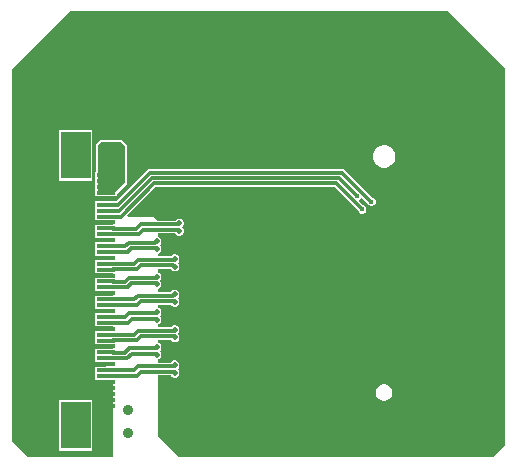
<source format=gbl>
G04*
G04 #@! TF.GenerationSoftware,Altium Limited,Altium Designer,23.5.1 (21)*
G04*
G04 Layer_Physical_Order=2*
G04 Layer_Color=16711680*
%FSLAX25Y25*%
%MOIN*%
G70*
G04*
G04 #@! TF.SameCoordinates,759C71C3-0AE8-42CF-A238-0F2E4D7DB1F7*
G04*
G04*
G04 #@! TF.FilePolarity,Positive*
G04*
G01*
G75*
%ADD25C,0.01181*%
%ADD26C,0.01575*%
%ADD27C,0.01968*%
%ADD28C,0.03543*%
%ADD29R,0.05906X0.01181*%
%ADD30R,0.09843X0.15748*%
G36*
X187500Y179000D02*
Y53500D01*
X183500Y49500D01*
X79000D01*
X72000Y56500D01*
Y76663D01*
X76125D01*
X76157Y76586D01*
X76603Y76140D01*
X77185Y75899D01*
X77815D01*
X78397Y76140D01*
X78843Y76586D01*
X79084Y77168D01*
Y77799D01*
X78843Y78381D01*
X78456Y78768D01*
X78843Y79155D01*
X79084Y79737D01*
Y80367D01*
X78843Y80949D01*
X78397Y81395D01*
X77815Y81636D01*
X77185D01*
X76603Y81395D01*
X76157Y80949D01*
X76125Y80872D01*
X72000D01*
Y81979D01*
X72397Y82144D01*
X72843Y82589D01*
X73084Y83171D01*
Y83802D01*
X72843Y84384D01*
X72456Y84771D01*
X72843Y85158D01*
X73084Y85740D01*
Y86370D01*
X72843Y86953D01*
X72397Y87398D01*
X72000Y87563D01*
Y88474D01*
X76125D01*
X76157Y88397D01*
X76603Y87951D01*
X77185Y87710D01*
X77815D01*
X78397Y87951D01*
X78843Y88397D01*
X79084Y88979D01*
Y89610D01*
X78843Y90192D01*
X78456Y90579D01*
X78843Y90966D01*
X79084Y91548D01*
Y92178D01*
X78843Y92760D01*
X78397Y93206D01*
X77815Y93447D01*
X77185D01*
X76603Y93206D01*
X76157Y92760D01*
X76125Y92683D01*
X72000D01*
Y93715D01*
X72397Y93880D01*
X72843Y94325D01*
X73084Y94908D01*
Y95538D01*
X72843Y96120D01*
X72456Y96507D01*
X72843Y96894D01*
X73084Y97476D01*
Y98106D01*
X72843Y98689D01*
X72397Y99134D01*
X72000Y99299D01*
Y100285D01*
X76125D01*
X76157Y100208D01*
X76603Y99762D01*
X77185Y99521D01*
X77815D01*
X78397Y99762D01*
X78843Y100208D01*
X79084Y100790D01*
Y101421D01*
X78843Y102003D01*
X78456Y102390D01*
X78843Y102777D01*
X79084Y103359D01*
Y103989D01*
X78843Y104571D01*
X78397Y105017D01*
X77815Y105258D01*
X77185D01*
X76603Y105017D01*
X76157Y104571D01*
X76125Y104494D01*
X72000D01*
Y105470D01*
X72397Y105634D01*
X72843Y106080D01*
X73084Y106662D01*
Y107293D01*
X72843Y107875D01*
X72456Y108262D01*
X72843Y108649D01*
X73084Y109231D01*
Y109861D01*
X72843Y110443D01*
X72397Y110889D01*
X72000Y111054D01*
Y112096D01*
X76125D01*
X76157Y112019D01*
X76603Y111574D01*
X77185Y111332D01*
X77815D01*
X78397Y111574D01*
X78843Y112019D01*
X79084Y112601D01*
Y113232D01*
X78843Y113814D01*
X78456Y114201D01*
X78843Y114588D01*
X79084Y115170D01*
Y115800D01*
X78843Y116382D01*
X78397Y116828D01*
X77815Y117069D01*
X77185D01*
X76603Y116828D01*
X76157Y116382D01*
X76125Y116305D01*
X72000D01*
Y117217D01*
X72397Y117382D01*
X72843Y117827D01*
X73084Y118410D01*
Y119040D01*
X72843Y119622D01*
X72456Y120009D01*
X72843Y120396D01*
X73084Y120978D01*
Y121608D01*
X72843Y122191D01*
X72397Y122636D01*
X72000Y122801D01*
Y123975D01*
X77625D01*
X77657Y123898D01*
X78103Y123452D01*
X78685Y123211D01*
X79315D01*
X79897Y123452D01*
X80343Y123898D01*
X80584Y124480D01*
Y125111D01*
X80343Y125693D01*
X79956Y126080D01*
X80343Y126467D01*
X80584Y127049D01*
Y127679D01*
X80343Y128261D01*
X79897Y128707D01*
X79315Y128948D01*
X78685D01*
X78103Y128707D01*
X77657Y128261D01*
X77625Y128184D01*
X72000D01*
X70684Y129500D01*
X61870D01*
X61679Y129962D01*
X71222Y139505D01*
X130778D01*
X138650Y131633D01*
X138824Y131214D01*
X139214Y130824D01*
X139724Y130613D01*
X140276D01*
X140786Y130824D01*
X141176Y131214D01*
X141387Y131724D01*
Y132276D01*
X141176Y132786D01*
X140786Y133176D01*
X140367Y133350D01*
X138946Y134771D01*
X139044Y135261D01*
X139116Y135291D01*
X139506Y135681D01*
X139536Y135754D01*
X140027Y135851D01*
X141698Y134180D01*
X141871Y133761D01*
X142261Y133371D01*
X142771Y133160D01*
X143323D01*
X143833Y133371D01*
X144223Y133761D01*
X144435Y134271D01*
Y134823D01*
X144223Y135333D01*
X143833Y135723D01*
X143414Y135897D01*
X139638Y139673D01*
X137811Y141500D01*
X134172Y145139D01*
X133778Y145403D01*
X133313Y145495D01*
X133313Y145495D01*
X69243D01*
X69243Y145495D01*
X68779Y145403D01*
X68385Y145139D01*
X68385Y145139D01*
X65143Y141897D01*
X58003Y134757D01*
X54571D01*
X54454Y134734D01*
X51018D01*
Y132353D01*
Y129500D01*
Y128416D01*
X54454D01*
X54571Y128392D01*
X57000D01*
Y126938D01*
X56933Y126883D01*
X56933Y126883D01*
X54571D01*
X54454Y126860D01*
X51018D01*
Y122510D01*
X54454D01*
X54571Y122487D01*
X56933D01*
X56933Y122487D01*
X57000Y122432D01*
Y121033D01*
X56933Y120978D01*
X56933Y120978D01*
X54571D01*
X54454Y120954D01*
X51018D01*
Y116605D01*
X54454D01*
X54571Y116581D01*
X56933D01*
X56933Y116581D01*
X57000Y116526D01*
Y115127D01*
X56933Y115072D01*
X56933Y115072D01*
X54571D01*
X54454Y115049D01*
X51018D01*
Y110699D01*
X54454D01*
X54571Y110676D01*
X56933D01*
X56933Y110676D01*
X57000Y110621D01*
Y109222D01*
X56933Y109167D01*
X56933Y109167D01*
X54571D01*
X54454Y109143D01*
X51018D01*
Y104794D01*
X54454D01*
X54571Y104770D01*
X56933D01*
X56933Y104770D01*
X57000Y104716D01*
Y103316D01*
X56933Y103261D01*
X56933Y103261D01*
X54571D01*
X54454Y103238D01*
X51018D01*
Y98888D01*
X54454D01*
X54571Y98865D01*
X56933D01*
X56933Y98865D01*
X57000Y98810D01*
Y97411D01*
X56933Y97356D01*
X56933Y97356D01*
X54571D01*
X54454Y97332D01*
X51018D01*
Y92983D01*
X54454D01*
X54571Y92959D01*
X56933D01*
X56933Y92959D01*
X57000Y92904D01*
Y91505D01*
X56933Y91450D01*
X56933Y91450D01*
X54571D01*
X54454Y91427D01*
X51018D01*
Y87077D01*
X54454D01*
X54571Y87054D01*
X56933D01*
X56933Y87054D01*
X57000Y86999D01*
Y85599D01*
X56933Y85545D01*
X56933Y85545D01*
X54571D01*
X54454Y85521D01*
X51018D01*
Y81172D01*
X54454D01*
X54571Y81148D01*
X56933D01*
X56933Y81148D01*
X57000Y81093D01*
Y79694D01*
X56933Y79639D01*
X56933Y79639D01*
X54571D01*
X54454Y79616D01*
X51018D01*
Y75266D01*
X54454D01*
X54571Y75243D01*
X56933D01*
X56933Y75243D01*
X57000Y75188D01*
Y49500D01*
X28500Y49500D01*
X23358Y54642D01*
Y178858D01*
X42500Y198000D01*
X168500D01*
X187500Y179000D01*
D02*
G37*
%LPC*%
G36*
X147761Y153384D02*
X146774D01*
X145820Y153128D01*
X144965Y152634D01*
X144267Y151936D01*
X143774Y151081D01*
X143518Y150127D01*
Y149140D01*
X143774Y148187D01*
X144267Y147332D01*
X144965Y146633D01*
X145820Y146140D01*
X146774Y145884D01*
X147761D01*
X148715Y146140D01*
X149570Y146633D01*
X150268Y147332D01*
X150762Y148187D01*
X151017Y149140D01*
Y150127D01*
X150762Y151081D01*
X150268Y151936D01*
X149570Y152634D01*
X148715Y153128D01*
X147761Y153384D01*
D02*
G37*
G36*
X49950Y158513D02*
X38908D01*
Y141565D01*
X49950D01*
Y142000D01*
Y158513D01*
D02*
G37*
G36*
X59500Y155149D02*
X53000D01*
X52541Y154959D01*
X51541Y153959D01*
X51351Y153500D01*
Y144576D01*
X51018D01*
Y141500D01*
Y140227D01*
Y136290D01*
X58124D01*
Y137205D01*
X61459Y140541D01*
X61649Y141000D01*
Y141500D01*
Y153000D01*
X61459Y153459D01*
X59959Y154959D01*
X59500Y155149D01*
D02*
G37*
G36*
X147632Y73659D02*
X146904D01*
X146200Y73471D01*
X145570Y73106D01*
X145055Y72592D01*
X144691Y71961D01*
X144502Y71258D01*
Y70530D01*
X144691Y69826D01*
X145055Y69196D01*
X145570Y68681D01*
X146200Y68317D01*
X146904Y68128D01*
X147632D01*
X148335Y68317D01*
X148966Y68681D01*
X149480Y69196D01*
X149845Y69826D01*
X150033Y70530D01*
Y71258D01*
X149845Y71961D01*
X149480Y72592D01*
X148966Y73106D01*
X148335Y73471D01*
X147632Y73659D01*
D02*
G37*
G36*
X49950Y68435D02*
X38908D01*
Y51487D01*
X49950D01*
Y68435D01*
D02*
G37*
%LPD*%
G36*
X61000Y153000D02*
Y141000D01*
X57000Y137000D01*
X52000D01*
Y153500D01*
X53000Y154500D01*
X59500D01*
X61000Y153000D01*
D02*
G37*
D25*
X56933Y123701D02*
X57027Y123794D01*
X78787Y124796D02*
X79000D01*
X78393Y125189D02*
X78787Y124796D01*
X66880Y125189D02*
X78393D01*
X57027Y123794D02*
X65485D01*
X66880Y125189D01*
X78787Y127364D02*
X79000D01*
X54571Y125669D02*
X56933D01*
X57027Y125576D02*
X64747D01*
X66142Y126970D01*
X56933Y125669D02*
X57027Y125576D01*
X66142Y126970D02*
X78393D01*
X78787Y127364D01*
X54571Y123701D02*
X56933D01*
X70719Y140719D02*
X131281D01*
X59056Y131575D02*
X69981Y142500D01*
X69243Y144281D02*
X133313D01*
X58506Y133543D02*
X69243Y144281D01*
X54571Y129606D02*
X59606D01*
X69981Y142500D02*
X132297D01*
X59606Y129606D02*
X70719Y140719D01*
X54571Y131575D02*
X59056D01*
X54571Y133543D02*
X58506D01*
X133313Y144281D02*
X143047Y134547D01*
X132297Y142500D02*
X138330Y136467D01*
X140000Y132000D02*
X140000D01*
X131281Y140719D02*
X140000Y132000D01*
X54571Y76457D02*
X56933D01*
X57027Y76550D02*
X64769D01*
X66096Y77877D01*
X76893D02*
X77287Y77483D01*
X66096Y77877D02*
X76893D01*
X77287Y77483D02*
X77500D01*
X56933Y78425D02*
X57027Y78332D01*
X64031D01*
X65358Y79658D01*
X54571Y78425D02*
X56933D01*
X65358Y79658D02*
X76893D01*
X77287Y80052D01*
X77500D01*
X54571Y88268D02*
X56933D01*
X57027Y88361D02*
X64769D01*
X66096Y89688D01*
X76893D02*
X77287Y89294D01*
X66096Y89688D02*
X76893D01*
X77287Y89294D02*
X77500D01*
X56933Y90236D02*
X57027Y90143D01*
X64031D01*
X65358Y91469D01*
X54571Y90236D02*
X56933D01*
X65358Y91469D02*
X76893D01*
X77287Y91863D01*
X77500D01*
X54571Y100079D02*
X56933D01*
X64769Y100172D02*
X66096Y101499D01*
X57027Y100172D02*
X64769D01*
X66096Y101499D02*
X76893D01*
X77287Y101105D01*
X77500D01*
X56933Y102047D02*
X57027Y101953D01*
X54571Y102047D02*
X56933D01*
X57027Y101953D02*
X64031D01*
X65358Y103280D01*
X76893D01*
X77287Y103674D01*
X77500D01*
X54571Y111890D02*
X56933D01*
X57027Y111984D02*
X64769D01*
X66096Y113310D01*
X76893D02*
X77287Y112917D01*
X66096Y113310D02*
X76893D01*
X77287Y112917D02*
X77500D01*
X56933Y113858D02*
X57027Y113765D01*
X64031D01*
X65358Y115091D01*
X54571Y113858D02*
X56933D01*
X65358Y115091D02*
X76893D01*
X77287Y115485D01*
X77500D01*
X71287Y83487D02*
X71500D01*
X70893Y83880D02*
X71287Y83487D01*
X63144Y83880D02*
X70893D01*
X61720Y82456D02*
X63144Y83880D01*
X57027Y82456D02*
X61720D01*
X56933Y82362D02*
X57027Y82456D01*
X54571Y82362D02*
X56933D01*
X62407Y85661D02*
X70893D01*
X60982Y84237D02*
X62407Y85661D01*
X57027Y84237D02*
X60982D01*
X56933Y84331D02*
X57027Y84237D01*
X54571Y84331D02*
X56933D01*
X70893Y85661D02*
X71287Y86055D01*
X71500D01*
X71287Y95223D02*
X71500D01*
X70893Y95616D02*
X71287Y95223D01*
X63107Y95616D02*
X70893D01*
X61757Y94267D02*
X63107Y95616D01*
X57027Y94267D02*
X61757D01*
X56933Y94173D02*
X57027Y94267D01*
X54571Y94173D02*
X56933D01*
X71287Y97791D02*
X71500D01*
X70893Y97398D02*
X71287Y97791D01*
X62369Y97398D02*
X70893D01*
X61020Y96048D02*
X62369Y97398D01*
X57027Y96048D02*
X61020D01*
X56933Y96142D02*
X57027Y96048D01*
X54571Y96142D02*
X56933D01*
X61786Y106078D02*
X63079Y107371D01*
X57027Y106078D02*
X61786D01*
X54571Y105984D02*
X56933D01*
X57027Y106078D01*
X63079Y107371D02*
X70893D01*
X71287Y109546D02*
X71500D01*
X70893Y107371D02*
X71287Y106977D01*
X62341Y109152D02*
X70893D01*
X56933Y107953D02*
X57027Y107859D01*
X61048D01*
X54571Y107953D02*
X56933D01*
X71287Y106977D02*
X71500D01*
X61048Y107859D02*
X62341Y109152D01*
X70893D02*
X71287Y109546D01*
Y118725D02*
X71500D01*
X56933Y117795D02*
X57027Y117889D01*
X63047Y119118D02*
X70893D01*
X54571Y117795D02*
X56933D01*
X71287Y121293D02*
X71500D01*
X62309Y120900D02*
X70893D01*
X61080Y119670D02*
X62309Y120900D01*
X56933Y119764D02*
X57027Y119670D01*
Y117889D02*
X61818D01*
X54571Y119764D02*
X56933D01*
X61818Y117889D02*
X63047Y119118D01*
X57027Y119670D02*
X61080D01*
X70893Y120900D02*
X71287Y121293D01*
X70893Y119118D02*
X71287Y118725D01*
X56933Y111890D02*
X57027Y111984D01*
X56933Y100079D02*
X57027Y100172D01*
X56933Y88268D02*
X57027Y88361D01*
X56933Y76457D02*
X57027Y76550D01*
D26*
X75563Y122878D02*
D03*
X49185Y128000D02*
D03*
Y124500D02*
D03*
X149000Y134500D02*
D03*
X140500Y126500D02*
D03*
X143500Y139000D02*
D03*
X137000Y131000D02*
D03*
X133000D02*
D03*
Y127500D02*
D03*
Y124000D02*
D03*
Y120500D02*
D03*
Y117000D02*
D03*
Y113500D02*
D03*
Y110000D02*
D03*
Y106500D02*
D03*
Y103000D02*
D03*
Y99500D02*
D03*
Y96000D02*
D03*
Y92500D02*
D03*
Y89000D02*
D03*
Y85500D02*
D03*
Y82000D02*
D03*
Y78500D02*
D03*
Y75000D02*
D03*
X49185Y72000D02*
D03*
Y75500D02*
D03*
Y79000D02*
D03*
Y82500D02*
D03*
Y86000D02*
D03*
Y89500D02*
D03*
Y93000D02*
D03*
Y96500D02*
D03*
Y100000D02*
D03*
Y103500D02*
D03*
Y107000D02*
D03*
Y110500D02*
D03*
Y114000D02*
D03*
Y117500D02*
D03*
Y121000D02*
D03*
Y131500D02*
D03*
Y135000D02*
D03*
Y138500D02*
D03*
X75563Y75774D02*
D03*
Y81790D02*
D03*
Y87682D02*
D03*
Y93570D02*
D03*
Y99467D02*
D03*
Y105331D02*
D03*
X75637Y129061D02*
D03*
X75563Y111317D02*
D03*
Y117130D02*
D03*
X138330Y136467D02*
D03*
X140000Y132000D02*
D03*
X143047Y134547D02*
D03*
D27*
X79000Y127364D02*
D03*
Y124796D02*
D03*
X77500Y77483D02*
D03*
Y80052D02*
D03*
Y89294D02*
D03*
Y91863D02*
D03*
Y101105D02*
D03*
Y103674D02*
D03*
Y112917D02*
D03*
Y115485D02*
D03*
X71500Y86055D02*
D03*
Y83487D02*
D03*
Y97791D02*
D03*
Y95223D02*
D03*
Y109546D02*
D03*
Y106977D02*
D03*
Y121293D02*
D03*
Y118725D02*
D03*
D28*
X62000Y57500D02*
D03*
Y65000D02*
D03*
X118000Y149000D02*
D03*
X148500Y140500D02*
D03*
X181000Y150500D02*
D03*
Y138500D02*
D03*
Y82000D02*
D03*
Y75000D02*
D03*
Y88500D02*
D03*
Y144500D02*
D03*
X127500Y179000D02*
D03*
X119000D02*
D03*
X110500D02*
D03*
X102000D02*
D03*
X93500D02*
D03*
X85000D02*
D03*
X103500Y149500D02*
D03*
X95000D02*
D03*
X86500D02*
D03*
X78000D02*
D03*
X69000D02*
D03*
X54500Y147000D02*
D03*
X59000D02*
D03*
Y151500D02*
D03*
X54500D02*
D03*
D29*
X54571Y66614D02*
D03*
Y127638D02*
D03*
Y125669D02*
D03*
Y123701D02*
D03*
Y121732D02*
D03*
Y119764D02*
D03*
Y117795D02*
D03*
Y115827D02*
D03*
Y113858D02*
D03*
Y111890D02*
D03*
Y109921D02*
D03*
Y107953D02*
D03*
Y105984D02*
D03*
Y104016D02*
D03*
Y102047D02*
D03*
Y100079D02*
D03*
Y98110D02*
D03*
Y96142D02*
D03*
Y94173D02*
D03*
Y92205D02*
D03*
Y90236D02*
D03*
Y88268D02*
D03*
Y86299D02*
D03*
Y84331D02*
D03*
Y82362D02*
D03*
Y80394D02*
D03*
Y78425D02*
D03*
Y76457D02*
D03*
Y74488D02*
D03*
Y72520D02*
D03*
Y70551D02*
D03*
Y68583D02*
D03*
Y129606D02*
D03*
Y131575D02*
D03*
Y133543D02*
D03*
Y135512D02*
D03*
Y137480D02*
D03*
Y139449D02*
D03*
Y141417D02*
D03*
Y143386D02*
D03*
D30*
X44429Y150039D02*
D03*
Y59961D02*
D03*
M02*

</source>
